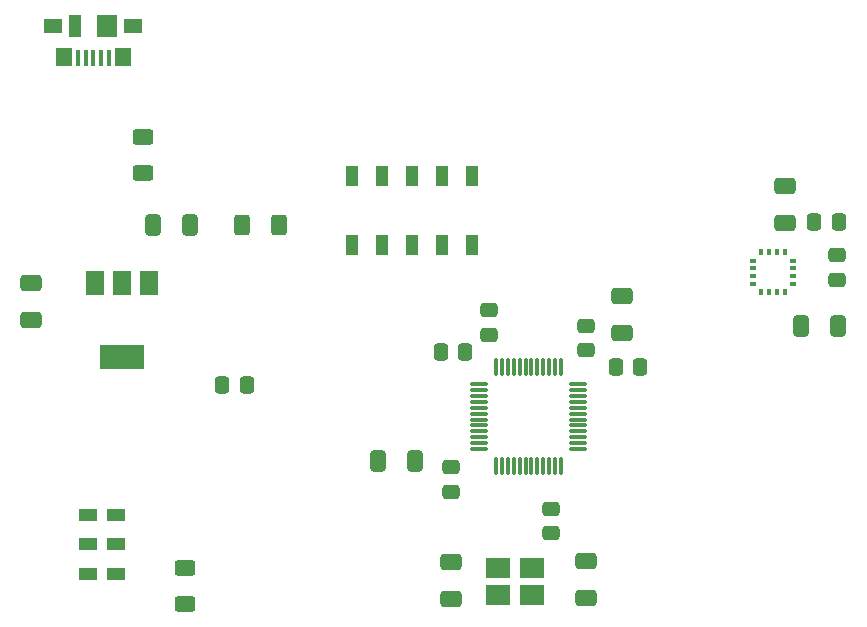
<source format=gbr>
%TF.GenerationSoftware,KiCad,Pcbnew,(6.0.9)*%
%TF.CreationDate,2022-12-05T13:16:43+00:00*%
%TF.ProjectId,stm32controller,73746d33-3263-46f6-9e74-726f6c6c6572,rev?*%
%TF.SameCoordinates,Original*%
%TF.FileFunction,Paste,Top*%
%TF.FilePolarity,Positive*%
%FSLAX46Y46*%
G04 Gerber Fmt 4.6, Leading zero omitted, Abs format (unit mm)*
G04 Created by KiCad (PCBNEW (6.0.9)) date 2022-12-05 13:16:43*
%MOMM*%
%LPD*%
G01*
G04 APERTURE LIST*
G04 Aperture macros list*
%AMRoundRect*
0 Rectangle with rounded corners*
0 $1 Rounding radius*
0 $2 $3 $4 $5 $6 $7 $8 $9 X,Y pos of 4 corners*
0 Add a 4 corners polygon primitive as box body*
4,1,4,$2,$3,$4,$5,$6,$7,$8,$9,$2,$3,0*
0 Add four circle primitives for the rounded corners*
1,1,$1+$1,$2,$3*
1,1,$1+$1,$4,$5*
1,1,$1+$1,$6,$7*
1,1,$1+$1,$8,$9*
0 Add four rect primitives between the rounded corners*
20,1,$1+$1,$2,$3,$4,$5,0*
20,1,$1+$1,$4,$5,$6,$7,0*
20,1,$1+$1,$6,$7,$8,$9,0*
20,1,$1+$1,$8,$9,$2,$3,0*%
G04 Aperture macros list end*
%ADD10RoundRect,0.250000X0.475000X-0.337500X0.475000X0.337500X-0.475000X0.337500X-0.475000X-0.337500X0*%
%ADD11R,1.500000X2.000000*%
%ADD12R,3.800000X2.000000*%
%ADD13R,2.100000X1.800000*%
%ADD14RoundRect,0.250000X0.412500X0.650000X-0.412500X0.650000X-0.412500X-0.650000X0.412500X-0.650000X0*%
%ADD15R,1.020000X1.780000*%
%ADD16RoundRect,0.250000X-0.475000X0.337500X-0.475000X-0.337500X0.475000X-0.337500X0.475000X0.337500X0*%
%ADD17RoundRect,0.075000X0.075000X-0.662500X0.075000X0.662500X-0.075000X0.662500X-0.075000X-0.662500X0*%
%ADD18RoundRect,0.075000X0.662500X-0.075000X0.662500X0.075000X-0.662500X0.075000X-0.662500X-0.075000X0*%
%ADD19RoundRect,0.250000X0.337500X0.475000X-0.337500X0.475000X-0.337500X-0.475000X0.337500X-0.475000X0*%
%ADD20R,0.450000X1.380000*%
%ADD21R,1.425000X1.550000*%
%ADD22R,1.650000X1.300000*%
%ADD23R,1.800000X1.900000*%
%ADD24R,1.000000X1.900000*%
%ADD25RoundRect,0.250000X-0.650000X0.412500X-0.650000X-0.412500X0.650000X-0.412500X0.650000X0.412500X0*%
%ADD26RoundRect,0.250000X0.650000X-0.412500X0.650000X0.412500X-0.650000X0.412500X-0.650000X-0.412500X0*%
%ADD27RoundRect,0.250000X-0.337500X-0.475000X0.337500X-0.475000X0.337500X0.475000X-0.337500X0.475000X0*%
%ADD28RoundRect,0.250000X0.625000X-0.400000X0.625000X0.400000X-0.625000X0.400000X-0.625000X-0.400000X0*%
%ADD29RoundRect,0.100000X-0.100000X0.175000X-0.100000X-0.175000X0.100000X-0.175000X0.100000X0.175000X0*%
%ADD30RoundRect,0.100000X-0.175000X0.100000X-0.175000X-0.100000X0.175000X-0.100000X0.175000X0.100000X0*%
%ADD31R,1.600000X1.000000*%
%ADD32RoundRect,0.250000X-0.625000X0.400000X-0.625000X-0.400000X0.625000X-0.400000X0.625000X0.400000X0*%
%ADD33RoundRect,0.250000X-0.400000X-0.625000X0.400000X-0.625000X0.400000X0.625000X-0.400000X0.625000X0*%
%ADD34RoundRect,0.250000X-0.412500X-0.650000X0.412500X-0.650000X0.412500X0.650000X-0.412500X0.650000X0*%
G04 APERTURE END LIST*
D10*
%TO.C,C7*%
X90000000Y-55575000D03*
X90000000Y-53500000D03*
%TD*%
D11*
%TO.C,U2*%
X52970000Y-49850000D03*
D12*
X50670000Y-56150000D03*
D11*
X50670000Y-49850000D03*
X48370000Y-49850000D03*
%TD*%
D13*
%TO.C,Y1*%
X82500000Y-76300000D03*
X85400000Y-76300000D03*
X85400000Y-74000000D03*
X82500000Y-74000000D03*
%TD*%
D14*
%TO.C,C17*%
X111325000Y-53537500D03*
X108200000Y-53537500D03*
%TD*%
D15*
%TO.C,J10*%
X80330000Y-40840000D03*
X77790000Y-40840000D03*
X75250000Y-40840000D03*
X72710000Y-40840000D03*
X70170000Y-40840000D03*
X80330000Y-46660000D03*
X77790000Y-46660000D03*
X75250000Y-46660000D03*
X72710000Y-46660000D03*
X70170000Y-46660000D03*
%TD*%
D16*
%TO.C,C10*%
X87000000Y-69000000D03*
X87000000Y-71075000D03*
%TD*%
D17*
%TO.C,U1*%
X82350000Y-65362500D03*
X82850000Y-65362500D03*
X83350000Y-65362500D03*
X83850000Y-65362500D03*
X84350000Y-65362500D03*
X84850000Y-65362500D03*
X85350000Y-65362500D03*
X85850000Y-65362500D03*
X86350000Y-65362500D03*
X86850000Y-65362500D03*
X87350000Y-65362500D03*
X87850000Y-65362500D03*
D18*
X89262500Y-63950000D03*
X89262500Y-63450000D03*
X89262500Y-62950000D03*
X89262500Y-62450000D03*
X89262500Y-61950000D03*
X89262500Y-61450000D03*
X89262500Y-60950000D03*
X89262500Y-60450000D03*
X89262500Y-59950000D03*
X89262500Y-59450000D03*
X89262500Y-58950000D03*
X89262500Y-58450000D03*
D17*
X87850000Y-57037500D03*
X87350000Y-57037500D03*
X86850000Y-57037500D03*
X86350000Y-57037500D03*
X85850000Y-57037500D03*
X85350000Y-57037500D03*
X84850000Y-57037500D03*
X84350000Y-57037500D03*
X83850000Y-57037500D03*
X83350000Y-57037500D03*
X82850000Y-57037500D03*
X82350000Y-57037500D03*
D18*
X80937500Y-58450000D03*
X80937500Y-58950000D03*
X80937500Y-59450000D03*
X80937500Y-59950000D03*
X80937500Y-60450000D03*
X80937500Y-60950000D03*
X80937500Y-61450000D03*
X80937500Y-61950000D03*
X80937500Y-62450000D03*
X80937500Y-62950000D03*
X80937500Y-63450000D03*
X80937500Y-63950000D03*
%TD*%
D19*
%TO.C,C1*%
X61250000Y-58500000D03*
X59175000Y-58500000D03*
%TD*%
D20*
%TO.C,J2*%
X49550000Y-30810000D03*
X48900000Y-30810000D03*
X48250000Y-30810000D03*
X47600000Y-30810000D03*
X46950000Y-30810000D03*
D21*
X50737500Y-30725000D03*
D22*
X44875000Y-28150000D03*
X51625000Y-28150000D03*
D21*
X45762500Y-30725000D03*
D23*
X49400000Y-28150000D03*
D24*
X46700000Y-28150000D03*
%TD*%
D25*
%TO.C,C12*%
X43000000Y-49875000D03*
X43000000Y-53000000D03*
%TD*%
D26*
%TO.C,C3*%
X78500000Y-76625000D03*
X78500000Y-73500000D03*
%TD*%
D27*
%TO.C,C14*%
X109300000Y-44725000D03*
X111375000Y-44725000D03*
%TD*%
D14*
%TO.C,C2*%
X75500000Y-65000000D03*
X72375000Y-65000000D03*
%TD*%
D28*
%TO.C,R5*%
X52500000Y-40600000D03*
X52500000Y-37500000D03*
%TD*%
D26*
%TO.C,C16*%
X106800000Y-44787500D03*
X106800000Y-41662500D03*
%TD*%
D10*
%TO.C,C6*%
X81750000Y-54250000D03*
X81750000Y-52175000D03*
%TD*%
D26*
%TO.C,C11*%
X93000000Y-54125000D03*
X93000000Y-51000000D03*
%TD*%
D29*
%TO.C,U3*%
X106775000Y-47275000D03*
X106125000Y-47275000D03*
X105475000Y-47275000D03*
X104825000Y-47275000D03*
D30*
X104100000Y-48000000D03*
X104100000Y-48650000D03*
X104100000Y-49300000D03*
X104100000Y-49950000D03*
D29*
X104825000Y-50675000D03*
X105475000Y-50675000D03*
X106125000Y-50675000D03*
X106775000Y-50675000D03*
D30*
X107500000Y-49950000D03*
X107500000Y-49300000D03*
X107500000Y-48650000D03*
X107500000Y-48000000D03*
%TD*%
D16*
%TO.C,C9*%
X78500000Y-65500000D03*
X78500000Y-67575000D03*
%TD*%
D19*
%TO.C,C4*%
X79750000Y-55750000D03*
X77675000Y-55750000D03*
%TD*%
D16*
%TO.C,C15*%
X111200000Y-47537500D03*
X111200000Y-49612500D03*
%TD*%
D31*
%TO.C,SW2*%
X50200000Y-69500000D03*
X50200000Y-72000000D03*
X50200000Y-74500000D03*
X47800000Y-69500000D03*
X47800000Y-72000000D03*
X47800000Y-74500000D03*
%TD*%
D32*
%TO.C,R1*%
X56000000Y-74000000D03*
X56000000Y-77100000D03*
%TD*%
D25*
%TO.C,C5*%
X90000000Y-73437500D03*
X90000000Y-76562500D03*
%TD*%
D33*
%TO.C,R6*%
X60855000Y-45000000D03*
X63955000Y-45000000D03*
%TD*%
D34*
%TO.C,C13*%
X53280000Y-45000000D03*
X56405000Y-45000000D03*
%TD*%
D27*
%TO.C,C8*%
X92500000Y-57000000D03*
X94575000Y-57000000D03*
%TD*%
M02*

</source>
